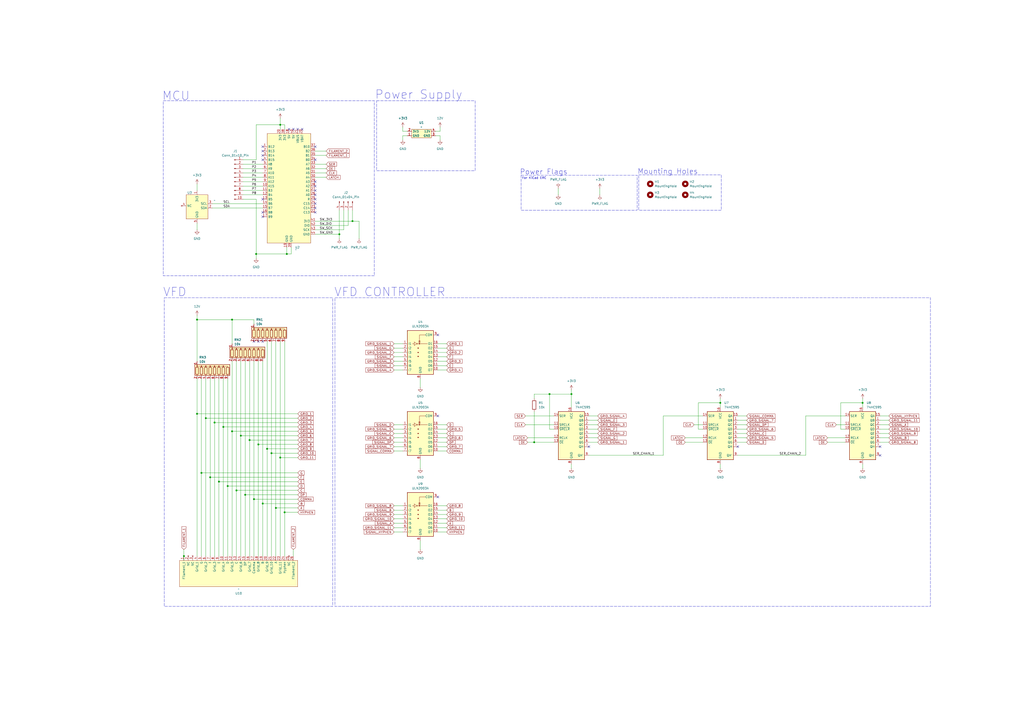
<source format=kicad_sch>
(kicad_sch (version 20231120) (generator "eeschema") (generator_version "8.0")
  (paper "A2")
  (title_block (title "Baldr Schematic") (date "2024-08-28") (rev "0.1.2"))
  (lib_symbols
    (symbol "74xx:74HC595"
      (property "Reference" "U" (at -7.62 13.97 0))
      (property "Value" "74HC595" (at -7.62 -16.51 0))
      (symbol "74HC595_1_0"
        (pin tri_state line (at 10.16 7.62 180) (length 2.54) (name "QB") (number "1"))
        (pin input line (at -10.16 2.54 0) (length 2.54) (name "~{SRCLR}") (number "10"))
        (pin input line (at -10.16 5.08 0) (length 2.54) (name "SRCLK") (number "11"))
        (pin input line (at -10.16 -2.54 0) (length 2.54) (name "RCLK") (number "12"))
        (pin input line (at -10.16 -5.08 0) (length 2.54) (name "~{OE}") (number "13"))
        (pin input line (at -10.16 10.16 0) (length 2.54) (name "SER") (number "14"))
        (pin tri_state line (at 10.16 10.16 180) (length 2.54) (name "QA") (number "15"))
        (pin power_in line (at 0 15.24 270) (length 2.54) (name "VCC") (number "16"))
        (pin tri_state line (at 10.16 5.08 180) (length 2.54) (name "QC") (number "2"))
        (pin tri_state line (at 10.16 2.54 180) (length 2.54) (name "QD") (number "3"))
        (pin tri_state line (at 10.16 0 180) (length 2.54) (name "QE") (number "4"))
        (pin tri_state line (at 10.16 -2.54 180) (length 2.54) (name "QF") (number "5"))
        (pin tri_state line (at 10.16 -5.08 180) (length 2.54) (name "QG") (number "6"))
        (pin tri_state line (at 10.16 -7.62 180) (length 2.54) (name "QH") (number "7"))
        (pin power_in line (at 0 -17.78 90) (length 2.54) (name "GND") (number "8"))
        (pin output line (at 10.16 -12.7 180) (length 2.54) (name "QH'") (number "9"))
      )
    )
    (symbol "Connector:Conn_01x04_Pin" (pin_names (offset 1.016) hide)
      (property "Reference" "J" (at 0 5.08 0))
      (property "Value" "Conn_01x04_Pin" (at 0 -7.62 0))
      (symbol "Conn_01x04_Pin_1_1"
        (pin passive line (at 5.08 2.54 180) (length 3.81) (name "Pin_1") (number "1"))
        (pin passive line (at 5.08 0 180) (length 3.81) (name "Pin_2") (number "2"))
        (pin passive line (at 5.08 -2.54 180) (length 3.81) (name "Pin_3") (number "3"))
        (pin passive line (at 5.08 -5.08 180) (length 3.81) (name "Pin_4") (number "4"))
      )
    )
    (symbol "Connector:Conn_01x10_Pin" (pin_names (offset 1.016) hide)
      (property "Reference" "J" (at 0 12.7 0))
      (property "Value" "Conn_01x10_Pin" (at 0 -15.24 0))
      (symbol "Conn_01x10_Pin_1_1"
        (pin passive line (at 5.08 10.16 180) (length 3.81) (name "Pin_1") (number "1"))
        (pin passive line (at 5.08 -12.7 180) (length 3.81) (name "Pin_10") (number "10"))
        (pin passive line (at 5.08 7.62 180) (length 3.81) (name "Pin_2") (number "2"))
        (pin passive line (at 5.08 5.08 180) (length 3.81) (name "Pin_3") (number "3"))
        (pin passive line (at 5.08 2.54 180) (length 3.81) (name "Pin_4") (number "4"))
        (pin passive line (at 5.08 0 180) (length 3.81) (name "Pin_5") (number "5"))
        (pin passive line (at 5.08 -2.54 180) (length 3.81) (name "Pin_6") (number "6"))
        (pin passive line (at 5.08 -5.08 180) (length 3.81) (name "Pin_7") (number "7"))
        (pin passive line (at 5.08 -7.62 180) (length 3.81) (name "Pin_8") (number "8"))
        (pin passive line (at 5.08 -10.16 180) (length 3.81) (name "Pin_9") (number "9"))
      )
    )
    (symbol "Custom:12V" (power) (pin_numbers hide) (pin_names (offset 0) hide)
      (property "Value" "12V" (at 0 3.556 0))
      (symbol "12V_1_1"
        (pin power_in line (at 0 0 90) (length 0) (name "~") (number "1"))
      )
    )
    (symbol "Custom:DC_step_up"
      (property "Reference" "U" (at 5.588 1.27 0))
      (symbol "DC_step_up_1_1"
        (pin passive line (at -2.54 -3.81 0) (length 2.54) (name "GND") (number "1"))
        (pin power_in line (at -2.54 -1.27 0) (length 2.54) (name "3V3") (number "2"))
        (pin passive line (at 13.97 -3.81 180) (length 2.54) (name "GND") (number "3"))
        (pin power_out line (at 13.97 -1.27 180) (length 2.54) (name "12V") (number "4"))
      )
    )
    (symbol "Custom:RTC"
      (property "Reference" "U" (at 1.016 1.27 0))
      (symbol "RTC_1_1"
        (pin power_in line (at 6.35 2.54 270) (length 2.54) (name "3V3") (number "1"))
        (pin bidirectional line (at 15.24 -7.62 180) (length 2.54) (name "SDA") (number "2"))
        (pin input line (at 15.24 -5.08 180) (length 2.54) (name "SCL") (number "3"))
        (pin no_connect line (at -2.54 -6.35 0) (length 2.54) (name "NC") (number "4"))
        (pin power_in line (at 6.35 -16.51 90) (length 2.54) (name "GND") (number "5"))
      )
    )
    (symbol "Custom:STM32F411_blackpill"
      (property "Reference" "U" (at -6.858 29.21 0))
      (symbol "STM32F411_blackpill_1_1"
        (pin bidirectional line (at -10.16 20.32 0) (length 2.54) (name "B12") (number "1"))
        (pin bidirectional line (at -10.16 -2.54 0) (length 2.54) (name "A15") (number "10"))
        (pin bidirectional line (at -10.16 -5.08 0) (length 2.54) (name "B3") (number "11"))
        (pin bidirectional line (at -10.16 -7.62 0) (length 2.54) (name "B4") (number "12"))
        (pin bidirectional line (at -10.16 -10.16 0) (length 2.54) (name "B5") (number "13"))
        (pin bidirectional line (at -10.16 -12.7 0) (length 2.54) (name "B6") (number "14"))
        (pin bidirectional line (at -10.16 -15.24 0) (length 2.54) (name "B7") (number "15"))
        (pin bidirectional line (at -10.16 -17.78 0) (length 2.54) (name "B8") (number "16"))
        (pin bidirectional line (at -10.16 -20.32 0) (length 2.54) (name "B9") (number "17"))
        (pin power_in line (at 5.08 30.48 270) (length 2.54) (name "5V") (number "18"))
        (pin power_in line (at 3.81 -38.1 90) (length 2.54) (name "GND") (number "19"))
        (pin bidirectional line (at -10.16 17.78 0) (length 2.54) (name "B13") (number "2"))
        (pin power_in line (at 0 30.48 270) (length 2.54) (name "3V3") (number "20"))
        (pin power_in line (at 12.7 30.48 270) (length 2.54) (name "VBAT") (number "20"))
        (pin power_in line (at 10.16 30.48 270) (length 2.54) (name "VBUS") (number "21"))
        (pin bidirectional line (at 20.32 -17.78 180) (length 2.54) (name "C13") (number "22"))
        (pin bidirectional line (at 20.32 -15.24 180) (length 2.54) (name "C14") (number "23"))
        (pin bidirectional line (at 20.32 -12.7 180) (length 2.54) (name "C15") (number "24"))
        (pin bidirectional line (at 20.32 -10.16 180) (length 2.54) (name "R") (number "25"))
        (pin bidirectional line (at 20.32 -7.62 180) (length 2.54) (name "A0") (number "26"))
        (pin bidirectional line (at 20.32 -5.08 180) (length 2.54) (name "A1") (number "27"))
        (pin bidirectional line (at 20.32 -2.54 180) (length 2.54) (name "A2") (number "28"))
        (pin bidirectional line (at 20.32 0 180) (length 2.54) (name "A3") (number "29"))
        (pin bidirectional line (at -10.16 15.24 0) (length 2.54) (name "B14") (number "3"))
        (pin bidirectional line (at 20.32 2.54 180) (length 2.54) (name "A4") (number "30"))
        (pin bidirectional line (at 20.32 5.08 180) (length 2.54) (name "A5") (number "31"))
        (pin bidirectional line (at 20.32 7.62 180) (length 2.54) (name "A6") (number "32"))
        (pin bidirectional line (at 20.32 10.16 180) (length 2.54) (name "A7") (number "33"))
        (pin bidirectional line (at 20.32 12.7 180) (length 2.54) (name "B0") (number "34"))
        (pin bidirectional line (at 20.32 15.24 180) (length 2.54) (name "B1") (number "35"))
        (pin bidirectional line (at 20.32 17.78 180) (length 2.54) (name "B2") (number "36"))
        (pin bidirectional line (at 20.32 20.32 180) (length 2.54) (name "B10") (number "37"))
        (pin power_in line (at 2.54 30.48 270) (length 2.54) (name "3V3") (number "38"))
        (pin power_in line (at 6.35 -38.1 90) (length 2.54) (name "GND") (number "39"))
        (pin bidirectional line (at -10.16 12.7 0) (length 2.54) (name "B15") (number "4"))
        (pin power_in line (at 7.62 30.48 270) (length 2.54) (name "5V") (number "40"))
        (pin power_in line (at 20.32 -22.86 180) (length 2.54) (name "3V3") (number "41"))
        (pin input line (at 20.32 -25.4 180) (length 2.54) (name "DIO") (number "42"))
        (pin input line (at 20.32 -27.94 180) (length 2.54) (name "SCK") (number "43"))
        (pin power_in line (at 20.32 -30.48 180) (length 2.54) (name "GND") (number "44"))
        (pin bidirectional line (at -10.16 10.16 0) (length 2.54) (name "A8") (number "5"))
        (pin bidirectional line (at -10.16 7.62 0) (length 2.54) (name "A9") (number "6"))
        (pin bidirectional line (at -10.16 5.08 0) (length 2.54) (name "A10") (number "7"))
        (pin bidirectional line (at -10.16 2.54 0) (length 2.54) (name "A11") (number "8"))
        (pin bidirectional line (at -10.16 0 0) (length 2.54) (name "A12") (number "9"))
      )
    )
    (symbol "Custom:ZD1880"
      (property "Reference" "U" (at -34.798 8.636 0))
      (symbol "ZD1880_1_1"
        (pin bidirectional line (at -33.02 -10.16 90) (length 2.54) (name "Filament_1") (number "1"))
        (pin passive line (at -10.16 -10.16 90) (length 2.54) (name "Grid_4") (number "10"))
        (pin passive line (at -7.62 -10.16 90) (length 2.54) (name "D") (number "11"))
        (pin passive line (at -5.08 -10.16 90) (length 2.54) (name "Grid_5") (number "12"))
        (pin passive line (at -2.54 -10.16 90) (length 2.54) (name "C") (number "13"))
        (pin passive line (at 0 -10.16 90) (length 2.54) (name "Grid_6") (number "14"))
        (pin passive line (at 2.54 -10.16 90) (length 2.54) (name "DP") (number "15"))
        (pin passive line (at 5.08 -10.16 90) (length 2.54) (name "Grid_7") (number "16"))
        (pin passive line (at 7.62 -10.16 90) (length 2.54) (name "Comma") (number "17"))
        (pin passive line (at 10.16 -10.16 90) (length 2.54) (name "Grid_8") (number "18"))
        (pin passive line (at 12.7 -10.16 90) (length 2.54) (name "B") (number "19"))
        (pin no_connect line (at -30.48 -10.16 90) (length 2.54) (name "NC") (number "2"))
        (pin passive line (at 15.24 -10.16 90) (length 2.54) (name "Grid_9") (number "20"))
        (pin passive line (at 17.78 -10.16 90) (length 2.54) (name "Grid_10") (number "21"))
        (pin passive line (at 20.32 -10.16 90) (length 2.54) (name "A") (number "22"))
        (pin passive line (at 22.86 -10.16 90) (length 2.54) (name "Grid_11") (number "23"))
        (pin passive line (at 25.4 -10.16 90) (length 2.54) (name "Hyphen") (number "24"))
        (pin no_connect line (at 27.94 -10.16 90) (length 2.54) (name "NC") (number "25"))
        (pin bidirectional line (at 30.48 -10.16 90) (length 2.54) (name "Filament_2") (number "26"))
        (pin no_connect line (at -27.94 -10.16 90) (length 2.54) (name "NC") (number "3"))
        (pin passive line (at -25.4 -10.16 90) (length 2.54) (name "Grid_1") (number "4"))
        (pin passive line (at -22.86 -10.16 90) (length 2.54) (name "G") (number "5"))
        (pin passive line (at -20.32 -10.16 90) (length 2.54) (name "Grid_2") (number "6"))
        (pin passive line (at -17.78 -10.16 90) (length 2.54) (name "F") (number "7"))
        (pin passive line (at -15.24 -10.16 90) (length 2.54) (name "Grid_3") (number "8"))
        (pin passive line (at -12.7 -10.16 90) (length 2.54) (name "E") (number "9"))
      )
    )
    (symbol "Device:R" (pin_numbers hide) (pin_names (offset 0))
      (property "Reference" "R" (at 2.032 0 90))
      (property "Value" "R" (at 0 0 90))
      (symbol "R_1_1"
        (pin passive line (at 0 3.81 270) (length 1.27) (name "~") (number "1"))
        (pin passive line (at 0 -3.81 90) (length 1.27) (name "~") (number "2"))
      )
    )
    (symbol "Device:R_Network08" (pin_names (offset 0) hide)
      (property "Reference" "RN" (at -12.7 0 90))
      (property "Value" "R_Network08" (at 10.16 0 90))
      (symbol "R_Network08_1_1"
        (pin passive line (at -10.16 5.08 270) (length 2.54) (name "common") (number "1"))
        (pin passive line (at -10.16 -5.08 90) (length 1.27) (name "R1") (number "2"))
        (pin passive line (at -7.62 -5.08 90) (length 1.27) (name "R2") (number "3"))
        (pin passive line (at -5.08 -5.08 90) (length 1.27) (name "R3") (number "4"))
        (pin passive line (at -2.54 -5.08 90) (length 1.27) (name "R4") (number "5"))
        (pin passive line (at 0 -5.08 90) (length 1.27) (name "R5") (number "6"))
        (pin passive line (at 2.54 -5.08 90) (length 1.27) (name "R6") (number "7"))
        (pin passive line (at 5.08 -5.08 90) (length 1.27) (name "R7") (number "8"))
        (pin passive line (at 7.62 -5.08 90) (length 1.27) (name "R8") (number "9"))
      )
    )
    (symbol "Mechanical:MountingHole" (pin_names (offset 1.016)) (exclude_from_sim yes) (in_bom no)
      (property "Reference" "H" (at 0 5.08 0))
      (property "Value" "MountingHole" (at 0 3.175 0))
    )
    (symbol "Transistor_Array:ULN2003A"
      (property "Reference" "U" (at 0 15.875 0))
      (property "Value" "ULN2003A" (at 0 13.97 0))
      (symbol "ULN2003A_1_1"
        (pin input line (at -10.16 5.08 0) (length 2.54) (name "I1") (number "1"))
        (pin open_collector line (at 10.16 -10.16 180) (length 2.54) (name "O7") (number "10"))
        (pin open_collector line (at 10.16 -7.62 180) (length 2.54) (name "O6") (number "11"))
        (pin open_collector line (at 10.16 -5.08 180) (length 2.54) (name "O5") (number "12"))
        (pin open_collector line (at 10.16 -2.54 180) (length 2.54) (name "O4") (number "13"))
        (pin open_collector line (at 10.16 0 180) (length 2.54) (name "O3") (number "14"))
        (pin open_collector line (at 10.16 2.54 180) (length 2.54) (name "O2") (number "15"))
        (pin open_collector line (at 10.16 5.08 180) (length 2.54) (name "O1") (number "16"))
        (pin input line (at -10.16 2.54 0) (length 2.54) (name "I2") (number "2"))
        (pin input line (at -10.16 0 0) (length 2.54) (name "I3") (number "3"))
        (pin input line (at -10.16 -2.54 0) (length 2.54) (name "I4") (number "4"))
        (pin input line (at -10.16 -5.08 0) (length 2.54) (name "I5") (number "5"))
        (pin input line (at -10.16 -7.62 0) (length 2.54) (name "I6") (number "6"))
        (pin input line (at -10.16 -10.16 0) (length 2.54) (name "I7") (number "7"))
        (pin power_in line (at 0 -15.24 90) (length 2.54) (name "GND") (number "8"))
        (pin passive line (at 10.16 10.16 180) (length 2.54) (name "COM") (number "9"))
      )
    )
    (symbol "power:+3V3" (power) (pin_numbers hide) (pin_names (offset 0) hide)
      (property "Value" "+3V3" (at 0 3.556 0))
      (symbol "+3V3_1_1"
        (pin power_in line (at 0 0 90) (length 0) (name "~") (number "1"))
      )
    )
    (symbol "power:GND" (power) (pin_numbers hide) (pin_names (offset 0) hide)
      (property "Value" "GND" (at 0 -3.81 0))
      (symbol "GND_1_1"
        (pin power_in line (at 0 0 270) (length 0) (name "~") (number "1"))
      )
    )
    (symbol "power:PWR_FLAG" (power) (pin_numbers hide) (pin_names (offset 0) hide)
      (property "Value" "PWR_FLAG" (at 0 3.81 0))
      (symbol "PWR_FLAG_0_0"
        (pin power_out line (at 0 0 90) (length 0) (name "~") (number "1"))
      )
    )
  )
  (junction (at 144.78 255.27))
  (junction (at 147.32 289.56))
  (junction (at 162.56 265.43))
  (junction (at 127 279.4))
  (junction (at 114.3 240.03))
  (junction (at 204.47 128.27))
  (junction (at 500.38 233.68))
  (junction (at 139.7 252.73))
  (junction (at 134.62 185.42))
  (junction (at 309.88 256.54))
  (junction (at 162.56 72.39))
  (junction (at 154.94 260.35))
  (junction (at 137.16 284.48))
  (junction (at 134.62 250.19))
  (junction (at 148.59 147.32))
  (junction (at 196.85 135.89))
  (junction (at 152.4 292.1))
  (junction (at 116.84 274.32))
  (junction (at 106.68 322.58))
  (junction (at 331.47 228.6))
  (junction (at 119.38 242.57))
  (junction (at 121.92 276.86))
  (junction (at 149.86 257.81))
  (junction (at 318.77 228.6))
  (junction (at 142.24 287.02))
  (junction (at 157.48 262.89))
  (junction (at 132.08 281.94))
  (junction (at 417.83 233.68))
  (junction (at 166.37 147.32))
  (junction (at 114.3 185.42))
  (junction (at 129.54 247.65))
  (junction (at 160.02 294.64))
  (junction (at 165.1 297.18))
  (junction (at 124.46 245.11))
  (no_connect (at 152.4 115.57))
  (no_connect (at 152.4 90.17))
  (no_connect (at 152.4 198.12))
  (no_connect (at 172.72 74.93))
  (no_connect (at 182.88 110.49))
  (no_connect (at 182.88 105.41))
  (no_connect (at 254 241.3))
  (no_connect (at 254 288.29))
  (no_connect (at 427.99 259.08))
  (no_connect (at 182.88 120.65))
  (no_connect (at 182.88 92.71))
  (no_connect (at 182.88 107.95))
  (no_connect (at 170.18 74.93))
  (no_connect (at 182.88 118.11))
  (no_connect (at 167.64 74.93))
  (no_connect (at 147.32 198.12))
  (no_connect (at 152.4 123.19))
  (no_connect (at 152.4 85.09))
  (no_connect (at 182.88 123.19))
  (no_connect (at 341.63 259.08))
  (no_connect (at 510.54 264.16))
  (no_connect (at 182.88 85.09))
  (no_connect (at 510.54 259.08))
  (no_connect (at 182.88 113.03))
  (no_connect (at 152.4 125.73))
  (no_connect (at 254 194.31))
  (no_connect (at 175.26 74.93))
  (no_connect (at 152.4 87.63))
  (no_connect (at 182.88 115.57))
  (no_connect (at 152.4 92.71))
  (no_connect (at 149.86 198.12))
  (wire (pts (xy 341.63 248.92) (xy 346.71 248.92)))
  (wire (pts (xy 140.97 113.03) (xy 152.4 113.03)))
  (wire (pts (xy 490.22 248.92) (xy 487.68 248.92)))
  (wire (pts (xy 162.56 265.43) (xy 162.56 322.58)))
  (wire (pts (xy 259.08 207.01) (xy 254 207.01)))
  (wire (pts (xy 114.3 129.54) (xy 114.3 133.35)))
  (wire (pts (xy 132.08 281.94) (xy 132.08 322.58)))
  (wire (pts (xy 147.32 209.55) (xy 147.32 289.56)))
  (wire (pts (xy 347.98 109.22) (xy 347.98 113.03)))
  (wire (pts (xy 427.99 248.92) (xy 433.07 248.92)))
  (wire (pts (xy 172.72 240.03) (xy 114.3 240.03)))
  (wire (pts (xy 116.84 219.71) (xy 116.84 274.32)))
  (wire (pts (xy 427.99 256.54) (xy 433.07 256.54)))
  (wire (pts (xy 427.99 241.3) (xy 433.07 241.3)))
  (wire (pts (xy 259.08 199.39) (xy 254 199.39)))
  (wire (pts (xy 321.31 248.92) (xy 318.77 248.92)))
  (wire (pts (xy 137.16 284.48) (xy 137.16 322.58)))
  (wire (pts (xy 407.67 248.92) (xy 405.13 248.92)))
  (wire (pts (xy 259.08 261.62) (xy 254 261.62)))
  (wire (pts (xy 121.92 276.86) (xy 121.92 322.58)))
  (wire (pts (xy 189.23 87.63) (xy 182.88 87.63)))
  (wire (pts (xy 134.62 185.42) (xy 114.3 185.42)))
  (wire (pts (xy 140.97 100.33) (xy 152.4 100.33)))
  (wire (pts (xy 114.3 219.71) (xy 114.3 240.03)))
  (wire (pts (xy 259.08 303.53) (xy 254 303.53)))
  (wire (pts (xy 243.84 313.69) (xy 243.84 318.77)))
  (wire (pts (xy 417.83 231.14) (xy 417.83 233.68)))
  (wire (pts (xy 233.68 204.47) (xy 228.6 204.47)))
  (wire (pts (xy 204.47 128.27) (xy 204.47 121.92)))
  (wire (pts (xy 134.62 185.42) (xy 134.62 199.39)))
  (wire (pts (xy 318.77 228.6) (xy 331.47 228.6)))
  (wire (pts (xy 243.84 219.71) (xy 243.84 224.79)))
  (wire (pts (xy 255.27 78.74) (xy 252.73 78.74)))
  (wire (pts (xy 196.85 135.89) (xy 196.85 138.43)))
  (wire (pts (xy 114.3 185.42) (xy 114.3 209.55)))
  (wire (pts (xy 233.68 207.01) (xy 228.6 207.01)))
  (wire (pts (xy 259.08 298.45) (xy 254 298.45)))
  (wire (pts (xy 199.39 133.35) (xy 199.39 121.92)))
  (wire (pts (xy 259.08 254) (xy 254 254)))
  (wire (pts (xy 208.28 138.43) (xy 208.28 128.27)))
  (wire (pts (xy 259.08 293.37) (xy 254 293.37)))
  (wire (pts (xy 129.54 247.65) (xy 129.54 322.58)))
  (wire (pts (xy 487.68 248.92) (xy 487.68 233.68)))
  (wire (pts (xy 510.54 243.84) (xy 515.62 243.84)))
  (wire (pts (xy 233.68 76.2) (xy 236.22 76.2)))
  (wire (pts (xy 140.97 97.79) (xy 152.4 97.79)))
  (wire (pts (xy 255.27 81.28) (xy 255.27 78.74)))
  (wire (pts (xy 116.84 274.32) (xy 116.84 322.58)))
  (wire (pts (xy 405.13 248.92) (xy 405.13 233.68)))
  (wire (pts (xy 259.08 248.92) (xy 254 248.92)))
  (wire (pts (xy 331.47 269.24) (xy 331.47 271.78)))
  (wire (pts (xy 331.47 228.6) (xy 331.47 236.22)))
  (wire (pts (xy 148.59 149.86) (xy 148.59 147.32)))
  (wire (pts (xy 106.68 318.77) (xy 106.68 322.58)))
  (wire (pts (xy 165.1 198.12) (xy 165.1 297.18)))
  (wire (pts (xy 480.06 256.54) (xy 490.22 256.54)))
  (wire (pts (xy 208.28 128.27) (xy 204.47 128.27)))
  (wire (pts (xy 157.48 262.89) (xy 157.48 322.58)))
  (wire (pts (xy 417.83 233.68) (xy 417.83 236.22)))
  (wire (pts (xy 341.63 246.38) (xy 346.71 246.38)))
  (wire (pts (xy 166.37 143.51) (xy 166.37 147.32)))
  (wire (pts (xy 341.63 256.54) (xy 346.71 256.54)))
  (wire (pts (xy 309.88 256.54) (xy 321.31 256.54)))
  (wire (pts (xy 162.56 72.39) (xy 162.56 74.93)))
  (wire (pts (xy 252.73 76.2) (xy 255.27 76.2)))
  (wire (pts (xy 121.92 219.71) (xy 121.92 276.86)))
  (wire (pts (xy 233.68 251.46) (xy 228.6 251.46)))
  (wire (pts (xy 160.02 294.64) (xy 160.02 322.58)))
  (wire (pts (xy 259.08 256.54) (xy 254 256.54)))
  (wire (pts (xy 259.08 300.99) (xy 254 300.99)))
  (wire (pts (xy 189.23 90.17) (xy 182.88 90.17)))
  (wire (pts (xy 172.72 245.11) (xy 124.46 245.11)))
  (wire (pts (xy 510.54 256.54) (xy 515.62 256.54)))
  (wire (pts (xy 510.54 248.92) (xy 515.62 248.92)))
  (wire (pts (xy 341.63 241.3) (xy 346.71 241.3)))
  (wire (pts (xy 259.08 251.46) (xy 254 251.46)))
  (wire (pts (xy 306.07 256.54) (xy 309.88 256.54)))
  (wire (pts (xy 119.38 242.57) (xy 119.38 322.58)))
  (wire (pts (xy 255.27 76.2) (xy 255.27 73.66)))
  (wire (pts (xy 233.68 295.91) (xy 228.6 295.91)))
  (wire (pts (xy 233.68 209.55) (xy 228.6 209.55)))
  (wire (pts (xy 427.99 251.46) (xy 433.07 251.46)))
  (wire (pts (xy 172.72 257.81) (xy 149.86 257.81)))
  (wire (pts (xy 147.32 187.96) (xy 147.32 185.42)))
  (wire (pts (xy 427.99 254) (xy 433.07 254)))
  (wire (pts (xy 233.68 214.63) (xy 228.6 214.63)))
  (wire (pts (xy 306.07 254) (xy 321.31 254)))
  (wire (pts (xy 137.16 209.55) (xy 137.16 284.48)))
  (wire (pts (xy 129.54 219.71) (xy 129.54 247.65)))
  (wire (pts (xy 323.85 109.22) (xy 323.85 113.03)))
  (wire (pts (xy 157.48 262.89) (xy 172.72 262.89)))
  (wire (pts (xy 233.68 73.66) (xy 233.68 76.2)))
  (wire (pts (xy 318.77 228.6) (xy 318.77 248.92)))
  (wire (pts (xy 114.3 182.88) (xy 114.3 185.42)))
  (wire (pts (xy 166.37 147.32) (xy 168.91 147.32)))
  (wire (pts (xy 144.78 209.55) (xy 144.78 255.27)))
  (wire (pts (xy 259.08 246.38) (xy 254 246.38)))
  (wire (pts (xy 114.3 106.68) (xy 114.3 110.49)))
  (wire (pts (xy 142.24 209.55) (xy 142.24 287.02)))
  (wire (pts (xy 114.3 240.03) (xy 114.3 322.58)))
  (wire (pts (xy 162.56 265.43) (xy 172.72 265.43)))
  (wire (pts (xy 259.08 214.63) (xy 254 214.63)))
  (wire (pts (xy 500.38 231.14) (xy 500.38 233.68)))
  (wire (pts (xy 160.02 294.64) (xy 172.72 294.64)))
  (wire (pts (xy 500.38 233.68) (xy 500.38 236.22)))
  (wire (pts (xy 172.72 274.32) (xy 116.84 274.32)))
  (wire (pts (xy 480.06 254) (xy 490.22 254)))
  (wire (pts (xy 236.22 78.74) (xy 233.68 78.74)))
  (wire (pts (xy 309.88 231.14) (xy 309.88 228.6)))
  (wire (pts (xy 124.46 245.11) (xy 124.46 322.58)))
  (wire (pts (xy 233.68 308.61) (xy 228.6 308.61)))
  (wire (pts (xy 233.68 201.93) (xy 228.6 201.93)))
  (wire (pts (xy 147.32 185.42) (xy 134.62 185.42)))
  (wire (pts (xy 140.97 115.57) (xy 148.59 115.57)))
  (wire (pts (xy 402.59 246.38) (xy 407.67 246.38)))
  (wire (pts (xy 259.08 306.07) (xy 254 306.07)))
  (wire (pts (xy 341.63 243.84) (xy 346.71 243.84)))
  (wire (pts (xy 152.4 209.55) (xy 152.4 292.1)))
  (wire (pts (xy 417.83 269.24) (xy 417.83 271.78)))
  (wire (pts (xy 140.97 110.49) (xy 152.4 110.49)))
  (wire (pts (xy 341.63 251.46) (xy 346.71 251.46)))
  (wire (pts (xy 500.38 269.24) (xy 500.38 271.78)))
  (wire (pts (xy 196.85 135.89) (xy 196.85 121.92)))
  (wire (pts (xy 134.62 250.19) (xy 134.62 322.58)))
  (wire (pts (xy 182.88 97.79) (xy 189.23 97.79)))
  (wire (pts (xy 259.08 209.55) (xy 254 209.55)))
  (wire (pts (xy 140.97 107.95) (xy 152.4 107.95)))
  (wire (pts (xy 341.63 264.16) (xy 384.81 264.16)))
  (wire (pts (xy 304.8 246.38) (xy 321.31 246.38)))
  (wire (pts (xy 172.72 255.27) (xy 144.78 255.27)))
  (wire (pts (xy 152.4 292.1) (xy 172.72 292.1)))
  (wire (pts (xy 259.08 204.47) (xy 254 204.47)))
  (wire (pts (xy 106.68 325.12) (xy 106.68 322.58)))
  (wire (pts (xy 119.38 242.57) (xy 172.72 242.57)))
  (wire (pts (xy 129.54 247.65) (xy 172.72 247.65)))
  (wire (pts (xy 160.02 198.12) (xy 160.02 294.64)))
  (wire (pts (xy 182.88 102.87) (xy 189.23 102.87)))
  (wire (pts (xy 304.8 241.3) (xy 321.31 241.3)))
  (wire (pts (xy 154.94 260.35) (xy 154.94 322.58)))
  (wire (pts (xy 182.88 100.33) (xy 189.23 100.33)))
  (wire (pts (xy 427.99 243.84) (xy 433.07 243.84)))
  (wire (pts (xy 233.68 298.45) (xy 228.6 298.45)))
  (wire (pts (xy 309.88 228.6) (xy 318.77 228.6)))
  (wire (pts (xy 233.68 246.38) (xy 228.6 246.38)))
  (wire (pts (xy 397.51 254) (xy 407.67 254)))
  (wire (pts (xy 149.86 257.81) (xy 149.86 322.58)))
  (wire (pts (xy 165.1 72.39) (xy 162.56 72.39)))
  (wire (pts (xy 148.59 147.32) (xy 166.37 147.32)))
  (wire (pts (xy 157.48 198.12) (xy 157.48 262.89)))
  (wire (pts (xy 140.97 102.87) (xy 152.4 102.87)))
  (wire (pts (xy 119.38 219.71) (xy 119.38 242.57)))
  (wire (pts (xy 487.68 233.68) (xy 500.38 233.68)))
  (wire (pts (xy 233.68 212.09) (xy 228.6 212.09)))
  (wire (pts (xy 201.93 130.81) (xy 201.93 121.92)))
  (wire (pts (xy 142.24 287.02) (xy 142.24 322.58)))
  (wire (pts (xy 510.54 246.38) (xy 515.62 246.38)))
  (wire (pts (xy 309.88 238.76) (xy 309.88 256.54)))
  (wire (pts (xy 147.32 289.56) (xy 147.32 322.58)))
  (wire (pts (xy 134.62 209.55) (xy 134.62 250.19)))
  (wire (pts (xy 149.86 209.55) (xy 149.86 257.81)))
  (wire (pts (xy 124.46 219.71) (xy 124.46 245.11)))
  (wire (pts (xy 233.68 78.74) (xy 233.68 81.28)))
  (wire (pts (xy 144.78 255.27) (xy 144.78 322.58)))
  (wire (pts (xy 172.72 276.86) (xy 121.92 276.86)))
  (wire (pts (xy 172.72 252.73) (xy 139.7 252.73)))
  (wire (pts (xy 467.36 264.16) (xy 467.36 241.3)))
  (wire (pts (xy 233.68 300.99) (xy 228.6 300.99)))
  (wire (pts (xy 259.08 308.61) (xy 254 308.61)))
  (wire (pts (xy 243.84 266.7) (xy 243.84 271.78)))
  (wire (pts (xy 384.81 241.3) (xy 407.67 241.3)))
  (wire (pts (xy 148.59 115.57) (xy 148.59 147.32)))
  (wire (pts (xy 341.63 254) (xy 346.71 254)))
  (wire (pts (xy 123.19 118.11) (xy 152.4 118.11)))
  (wire (pts (xy 233.68 254) (xy 228.6 254)))
  (wire (pts (xy 510.54 241.3) (xy 515.62 241.3)))
  (wire (pts (xy 467.36 241.3) (xy 490.22 241.3)))
  (wire (pts (xy 182.88 128.27) (xy 204.47 128.27)))
  (wire (pts (xy 233.68 199.39) (xy 228.6 199.39)))
  (wire (pts (xy 259.08 259.08) (xy 254 259.08)))
  (wire (pts (xy 233.68 306.07) (xy 228.6 306.07)))
  (wire (pts (xy 154.94 260.35) (xy 172.72 260.35)))
  (wire (pts (xy 162.56 68.58) (xy 162.56 72.39)))
  (wire (pts (xy 233.68 261.62) (xy 228.6 261.62)))
  (wire (pts (xy 427.99 264.16) (xy 467.36 264.16)))
  (wire (pts (xy 170.18 322.58) (xy 170.18 318.77)))
  (wire (pts (xy 154.94 198.12) (xy 154.94 260.35)))
  (wire (pts (xy 510.54 251.46) (xy 515.62 251.46)))
  (wire (pts (xy 259.08 201.93) (xy 254 201.93)))
  (wire (pts (xy 405.13 233.68) (xy 417.83 233.68)))
  (wire (pts (xy 123.19 120.65) (xy 152.4 120.65)))
  (wire (pts (xy 152.4 292.1) (xy 152.4 322.58)))
  (wire (pts (xy 331.47 226.06) (xy 331.47 228.6)))
  (wire (pts (xy 182.88 95.25) (xy 189.23 95.25)))
  (wire (pts (xy 165.1 297.18) (xy 172.72 297.18)))
  (wire (pts (xy 168.91 143.51) (xy 168.91 147.32)))
  (wire (pts (xy 397.51 256.54) (xy 407.67 256.54)))
  (wire (pts (xy 132.08 281.94) (xy 172.72 281.94)))
  (wire (pts (xy 485.14 246.38) (xy 490.22 246.38)))
  (wire (pts (xy 172.72 289.56) (xy 147.32 289.56)))
  (wire (pts (xy 233.68 259.08) (xy 228.6 259.08)))
  (wire (pts (xy 182.88 135.89) (xy 196.85 135.89)))
  (wire (pts (xy 259.08 212.09) (xy 254 212.09)))
  (wire (pts (xy 140.97 95.25) (xy 152.4 95.25)))
  (wire (pts (xy 384.81 264.16) (xy 384.81 241.3)))
  (wire (pts (xy 165.1 74.93) (xy 165.1 72.39)))
  (wire (pts (xy 148.59 92.71) (xy 148.59 72.39)))
  (wire (pts (xy 182.88 130.81) (xy 201.93 130.81)))
  (wire (pts (xy 233.68 303.53) (xy 228.6 303.53)))
  (wire (pts (xy 259.08 295.91) (xy 254 295.91)))
  (wire (pts (xy 139.7 252.73) (xy 139.7 322.58)))
  (wire (pts (xy 182.88 133.35) (xy 199.39 133.35)))
  (wire (pts (xy 233.68 293.37) (xy 228.6 293.37)))
  (wire (pts (xy 140.97 105.41) (xy 152.4 105.41)))
  (wire (pts (xy 140.97 92.71) (xy 148.59 92.71)))
  (wire (pts (xy 139.7 209.55) (xy 139.7 252.73)))
  (wire (pts (xy 127 219.71) (xy 127 279.4)))
  (wire (pts (xy 142.24 287.02) (xy 172.72 287.02)))
  (wire (pts (xy 137.16 284.48) (xy 172.72 284.48)))
  (wire (pts (xy 233.68 248.92) (xy 228.6 248.92)))
  (wire (pts (xy 510.54 254) (xy 515.62 254)))
  (wire (pts (xy 132.08 219.71) (xy 132.08 281.94)))
  (wire (pts (xy 162.56 198.12) (xy 162.56 265.43)))
  (wire (pts (xy 427.99 246.38) (xy 433.07 246.38)))
  (wire (pts (xy 233.68 256.54) (xy 228.6 256.54)))
  (wire (pts (xy 172.72 250.19) (xy 134.62 250.19)))
  (wire (pts (xy 172.72 279.4) (xy 127 279.4)))
  (wire (pts (xy 127 279.4) (xy 127 322.58)))
  (wire (pts (xy 148.59 72.39) (xy 162.56 72.39)))
  (wire (pts (xy 165.1 297.18) (xy 165.1 322.58)))
  (rectangle (start 370.459 101.473) (end 418.465 121.92) (stroke (width 0) (type dash)))
  (rectangle (start 194.31 172.72) (end 539.75 351.79) (stroke (width 0) (type dash)))
  (rectangle (start 302.26 101.6) (end 369.57 121.92) (stroke (width 0) (type dash)))
  (rectangle (start 218.44 58.42) (end 275.59 99.06) (stroke (width 0) (type dash)))
  (rectangle (start 94.742 58.42) (end 217.17 160.02) (stroke (width 0) (type dash)))
  (rectangle (start 95.25 172.72) (end 193.04 351.79) (stroke (width 0) (type dash)))
  (text "For KiCad ERC" (at 309.88 103.378 0) (effects (font (size 1.27 1.27))))
  (text "VFD CONTROLLER" (at 193.802 172.466 0) (effects (font (size 5 5)) (justify left bottom)))
  (text "Mounting Holes" (at 369.824 101.346 0) (effects (font (size 3 3)) (justify left bottom)))
  (text "Power Flags" (at 301.498 101.6 0) (effects (font (size 3 3)) (justify left bottom)))
  (text "VFD" (at 94.488 172.466 0) (effects (font (size 5 5)) (justify left bottom)))
  (text "MCU" (at 93.98 58.674 0) (effects (font (size 5 5)) (justify left bottom)))
  (text "Power Supply" (at 217.424 57.912 0) (effects (font (size 5 5)) (justify left bottom)))
  (label "P3" (at 146.05 100.33 0))
  (label "SW_SCK" (at 185.42 133.35 0))
  (label "SDA" (at 129.54 120.65 0))
  (label "P7" (at 146.05 110.49 0))
  (label "SW_DIO" (at 185.42 130.81 0))
  (label "P5" (at 146.05 105.41 0))
  (label "SW_3V3" (at 185.42 128.27 0))
  (label "SCL" (at 129.54 118.11 0))
  (label "P8" (at 146.05 113.03 0))
  (label "P1" (at 146.05 95.25 0))
  (label "SW_GND" (at 185.42 135.89 0))
  (label "P2" (at 146.05 97.79 0))
  (label "SER_CHAIN_1" (at 367.03 264.16 0))
  (label "SER_CHAIN_2" (at 452.12 264.16 0))
  (label "P4" (at 146.05 102.87 0))
  (label "P6" (at 146.05 107.95 0))
  (global_label "SIGNAL_COMMA" (shape input) (at 228.6 261.62 180) (property "Intersheetrefs" "${INTERSHEET_REFS}" (effects (hide yes))))
  (global_label "GRID_9" (shape input) (at 172.72 260.35 0) (property "Intersheetrefs" "${INTERSHEET_REFS}" (effects (hide yes))))
  (global_label "GRID_SIGNAL_9" (shape input) (at 228.6 298.45 180) (property "Intersheetrefs" "${INTERSHEET_REFS}" (effects (hide yes))))
  (global_label "G" (shape input) (at 172.72 274.32 0) (property "Intersheetrefs" "${INTERSHEET_REFS}" (effects (hide yes))))
  (global_label "SIGNAL_A" (shape input) (at 515.62 246.38 0) (property "Intersheetrefs" "${INTERSHEET_REFS}" (effects (hide yes))))
  (global_label "D" (shape input) (at 259.08 246.38 0) (property "Intersheetrefs" "${INTERSHEET_REFS}" (effects (hide yes))))
  (global_label "E" (shape input) (at 172.72 279.4 0) (property "Intersheetrefs" "${INTERSHEET_REFS}" (effects (hide yes))))
  (global_label "C" (shape input) (at 259.08 251.46 0) (property "Intersheetrefs" "${INTERSHEET_REFS}" (effects (hide yes))))
  (global_label "SIGNAL_B" (shape input) (at 228.6 295.91 180) (property "Intersheetrefs" "${INTERSHEET_REFS}" (effects (hide yes))))
  (global_label "GRID_6" (shape input) (at 172.72 252.73 0) (property "Intersheetrefs" "${INTERSHEET_REFS}" (effects (hide yes))))
  (global_label "LATCH" (shape input) (at 480.06 254 180) (property "Intersheetrefs" "${INTERSHEET_REFS}" (effects (hide yes))))
  (global_label "LATCH" (shape input) (at 306.07 254 180) (property "Intersheetrefs" "${INTERSHEET_REFS}" (effects (hide yes))))
  (global_label "GRID_SIGNAL_5" (shape input) (at 228.6 248.92 180) (property "Intersheetrefs" "${INTERSHEET_REFS}" (effects (hide yes))))
  (global_label "SIGNAL_HYPHEN" (shape input) (at 515.62 241.3 0) (property "Intersheetrefs" "${INTERSHEET_REFS}" (effects (hide yes))))
  (global_label "GRID_3" (shape input) (at 259.08 209.55 0) (property "Intersheetrefs" "${INTERSHEET_REFS}" (effects (hide yes))))
  (global_label "GRID_SIGNAL_10" (shape input) (at 228.6 300.99 180) (property "Intersheetrefs" "${INTERSHEET_REFS}" (effects (hide yes))))
  (global_label "SIGNAL_E" (shape input) (at 346.71 243.84 0) (property "Intersheetrefs" "${INTERSHEET_REFS}" (effects (hide yes))))
  (global_label "GRID_SIGNAL_7" (shape input) (at 228.6 259.08 180) (property "Intersheetrefs" "${INTERSHEET_REFS}" (effects (hide yes))))
  (global_label "SIGNAL_DP" (shape input) (at 433.07 246.38 0) (property "Intersheetrefs" "${INTERSHEET_REFS}" (effects (hide yes))))
  (global_label "GRID_1" (shape input) (at 259.08 199.39 0) (property "Intersheetrefs" "${INTERSHEET_REFS}" (effects (hide yes))))
  (global_label "LATCH" (shape input) (at 397.51 254 180) (property "Intersheetrefs" "${INTERSHEET_REFS}" (effects (hide yes))))
  (global_label "GRID_SIGNAL_11" (shape input) (at 228.6 306.07 180) (property "Intersheetrefs" "${INTERSHEET_REFS}" (effects (hide yes))))
  (global_label "SIGNAL_C" (shape input) (at 228.6 251.46 180) (property "Intersheetrefs" "${INTERSHEET_REFS}" (effects (hide yes))))
  (global_label "SIGNAL_F" (shape input) (at 228.6 207.01 180) (property "Intersheetrefs" "${INTERSHEET_REFS}" (effects (hide yes))))
  (global_label "GRID_8" (shape input) (at 172.72 257.81 0) (property "Intersheetrefs" "${INTERSHEET_REFS}" (effects (hide yes))))
  (global_label "COMMA" (shape input) (at 172.72 289.56 0) (property "Intersheetrefs" "${INTERSHEET_REFS}" (effects (hide yes))))
  (global_label "SIGNAL_F" (shape input) (at 346.71 248.92 0) (property "Intersheetrefs" "${INTERSHEET_REFS}" (effects (hide yes))))
  (global_label "GRID_8" (shape input) (at 259.08 293.37 0) (property "Intersheetrefs" "${INTERSHEET_REFS}" (effects (hide yes))))
  (global_label "GRID_10" (shape input) (at 259.08 300.99 0) (property "Intersheetrefs" "${INTERSHEET_REFS}" (effects (hide yes))))
  (global_label "LATCH" (shape input) (at 189.23 102.87 0) (property "Intersheetrefs" "${INTERSHEET_REFS}" (effects (hide yes))))
  (global_label "OE" (shape input) (at 306.07 256.54 180) (property "Intersheetrefs" "${INTERSHEET_REFS}" (effects (hide yes))))
  (global_label "F" (shape input) (at 172.72 276.86 0) (property "Intersheetrefs" "${INTERSHEET_REFS}" (effects (hide yes))))
  (global_label "GRID_SIGNAL_6" (shape input) (at 228.6 254 180) (property "Intersheetrefs" "${INTERSHEET_REFS}" (effects (hide yes))))
  (global_label "A" (shape input) (at 259.08 303.53 0) (property "Intersheetrefs" "${INTERSHEET_REFS}" (effects (hide yes))))
  (global_label "SIGNAL_DP" (shape input) (at 228.6 256.54 180) (property "Intersheetrefs" "${INTERSHEET_REFS}" (effects (hide yes))))
  (global_label "GRID_SIGNAL_1" (shape input) (at 346.71 256.54 0) (property "Intersheetrefs" "${INTERSHEET_REFS}" (effects (hide yes))))
  (global_label "GRID_SIGNAL_8" (shape input) (at 515.62 256.54 0) (property "Intersheetrefs" "${INTERSHEET_REFS}" (effects (hide yes))))
  (global_label "GRID_11" (shape input) (at 259.08 306.07 0) (property "Intersheetrefs" "${INTERSHEET_REFS}" (effects (hide yes))))
  (global_label "SER" (shape input) (at 304.8 241.3 180) (property "Intersheetrefs" "${INTERSHEET_REFS}" (effects (hide yes))))
  (global_label "GRID_4" (shape input) (at 172.72 247.65 0) (property "Intersheetrefs" "${INTERSHEET_REFS}" (effects (hide yes))))
  (global_label "GRID_SIGNAL_4" (shape input) (at 228.6 214.63 180) (property "Intersheetrefs" "${INTERSHEET_REFS}" (effects (hide yes))))
  (global_label "FILAMENT_1" (shape input) (at 106.68 318.77 90) (property "Intersheetrefs" "${INTERSHEET_REFS}" (effects (hide yes))))
  (global_label "SIGNAL_E" (shape input) (at 228.6 212.09 180) (property "Intersheetrefs" "${INTERSHEET_REFS}" (effects (hide yes))))
  (global_label "SIGNAL_G" (shape input) (at 346.71 254 0) (property "Intersheetrefs" "${INTERSHEET_REFS}" (effects (hide yes))))
  (global_label "GRID_6" (shape input) (at 259.08 254 0) (property "Intersheetrefs" "${INTERSHEET_REFS}" (effects (hide yes))))
  (global_label "CLK" (shape input) (at 402.59 246.38 180) (property "Intersheetrefs" "${INTERSHEET_REFS}" (effects (hide yes))))
  (global_label "CLK" (shape input) (at 304.8 246.38 180) (property "Intersheetrefs" "${INTERSHEET_REFS}" (effects (hide yes))))
  (global_label "GRID_SIGNAL_2" (shape input) (at 228.6 204.47 180) (property "Intersheetrefs" "${INTERSHEET_REFS}" (effects (hide yes))))
  (global_label "CLK" (shape input) (at 189.23 100.33 0) (property "Intersheetrefs" "${INTERSHEET_REFS}" (effects (hide yes))))
  (global_label "DP" (shape input) (at 172.72 287.02 0) (property "Intersheetrefs" "${INTERSHEET_REFS}" (effects (hide yes))))
  (global_label "DP" (shape input) (at 259.08 256.54 0) (property "Intersheetrefs" "${INTERSHEET_REFS}" (effects (hide yes))))
  (global_label "HYPHEN" (shape input) (at 259.08 308.61 0) (property "Intersheetrefs" "${INTERSHEET_REFS}" (effects (hide yes))))
  (global_label "GRID_SIGNAL_1" (shape input) (at 228.6 199.39 180) (property "Intersheetrefs" "${INTERSHEET_REFS}" (effects (hide yes))))
  (global_label "SER" (shape input) (at 189.23 95.25 0) (property "Intersheetrefs" "${INTERSHEET_REFS}" (effects (hide yes))))
  (global_label "GRID_5" (shape input) (at 172.72 250.19 0) (property "Intersheetrefs" "${INTERSHEET_REFS}" (effects (hide yes))))
  (global_label "SIGNAL_D" (shape input) (at 228.6 246.38 180) (property "Intersheetrefs" "${INTERSHEET_REFS}" (effects (hide yes))))
  (global_label "GRID_10" (shape input) (at 172.72 262.89 0) (property "Intersheetrefs" "${INTERSHEET_REFS}" (effects (hide yes))))
  (global_label "OE" (shape input) (at 397.51 256.54 180) (property "Intersheetrefs" "${INTERSHEET_REFS}" (effects (hide yes))))
  (global_label "GRID_2" (shape input) (at 172.72 242.57 0) (property "Intersheetrefs" "${INTERSHEET_REFS}" (effects (hide yes))))
  (global_label "GRID_9" (shape input) (at 259.08 298.45 0) (property "Intersheetrefs" "${INTERSHEET_REFS}" (effects (hide yes))))
  (global_label "GRID_SIGNAL_3" (shape input) (at 228.6 209.55 180) (property "Intersheetrefs" "${INTERSHEET_REFS}" (effects (hide yes))))
  (global_label "GRID_SIGNAL_7" (shape input) (at 433.07 243.84 0) (property "Intersheetrefs" "${INTERSHEET_REFS}" (effects (hide yes))))
  (global_label "OE" (shape input) (at 480.06 256.54 180) (property "Intersheetrefs" "${INTERSHEET_REFS}" (effects (hide yes))))
  (global_label "D" (shape input) (at 172.72 281.94 0) (property "Intersheetrefs" "${INTERSHEET_REFS}" (effects (hide yes))))
  (global_label "GRID_SIGNAL_6" (shape input) (at 433.07 248.92 0) (property "Intersheetrefs" "${INTERSHEET_REFS}" (effects (hide yes))))
  (global_label "SIGNAL_C" (shape input) (at 433.07 251.46 0) (property "Intersheetrefs" "${INTERSHEET_REFS}" (effects (hide yes))))
  (global_label "G" (shape input) (at 259.08 201.93 0) (property "Intersheetrefs" "${INTERSHEET_REFS}" (effects (hide yes))))
  (global_label "GRID_SIGNAL_11" (shape input) (at 515.62 243.84 0) (property "Intersheetrefs" "${INTERSHEET_REFS}" (effects (hide yes))))
  (global_label "FILAMENT_1" (shape input) (at 189.23 90.17 0) (property "Intersheetrefs" "${INTERSHEET_REFS}" (effects (hide yes))))
  (global_label "SIGNAL_A" (shape input) (at 228.6 303.53 180) (property "Intersheetrefs" "${INTERSHEET_REFS}" (effects (hide yes))))
  (global_label "GRID_SIGNAL_8" (shape input) (at 228.6 293.37 180) (property "Intersheetrefs" "${INTERSHEET_REFS}" (effects (hide yes))))
  (global_label "GRID_7" (shape input) (at 259.08 259.08 0) (property "Intersheetrefs" "${INTERSHEET_REFS}" (effects (hide yes))))
  (global_label "B" (shape input) (at 259.08 295.91 0) (property "Intersheetrefs" "${INTERSHEET_REFS}" (effects (hide yes))))
  (global_label "GRID_7" (shape input) (at 172.72 255.27 0) (property "Intersheetrefs" "${INTERSHEET_REFS}" (effects (hide yes))))
  (global_label "GRID_SIGNAL_3" (shape input) (at 346.71 246.38 0) (property "Intersheetrefs" "${INTERSHEET_REFS}" (effects (hide yes))))
  (global_label "SIGNAL_B" (shape input) (at 515.62 254 0) (property "Intersheetrefs" "${INTERSHEET_REFS}" (effects (hide yes))))
  (global_label "GRID_5" (shape input) (at 259.08 248.92 0) (property "Intersheetrefs" "${INTERSHEET_REFS}" (effects (hide yes))))
  (global_label "GRID_4" (shape input) (at 259.08 214.63 0) (property "Intersheetrefs" "${INTERSHEET_REFS}" (effects (hide yes))))
  (global_label "GRID_1" (shape input) (at 172.72 240.03 0) (property "Intersheetrefs" "${INTERSHEET_REFS}" (effects (hide yes))))
  (global_label "FILAMENT_2" (shape input) (at 189.23 87.63 0) (property "Intersheetrefs" "${INTERSHEET_REFS}" (effects (hide yes))))
  (global_label "F" (shape input) (at 259.08 207.01 0) (property "Intersheetrefs" "${INTERSHEET_REFS}" (effects (hide yes))))
  (global_label "SIGNAL_HYPHEN" (shape input) (at 228.6 308.61 180) (property "Intersheetrefs" "${INTERSHEET_REFS}" (effects (hide yes))))
  (global_label "B" (shape input) (at 172.72 292.1 0) (property "Intersheetrefs" "${INTERSHEET_REFS}" (effects (hide yes))))
  (global_label "OE" (shape input) (at 189.23 97.79 0) (property "Intersheetrefs" "${INTERSHEET_REFS}" (effects (hide yes))))
  (global_label "COMMA" (shape input) (at 259.08 261.62 0) (property "Intersheetrefs" "${INTERSHEET_REFS}" (effects (hide yes))))
  (global_label "GRID_SIGNAL_9" (shape input) (at 515.62 251.46 0) (property "Intersheetrefs" "${INTERSHEET_REFS}" (effects (hide yes))))
  (global_label "E" (shape input) (at 259.08 212.09 0) (property "Intersheetrefs" "${INTERSHEET_REFS}" (effects (hide yes))))
  (global_label "GRID_SIGNAL_2" (shape input) (at 346.71 251.46 0) (property "Intersheetrefs" "${INTERSHEET_REFS}" (effects (hide yes))))
  (global_label "SIGNAL_COMMA" (shape input) (at 433.07 241.3 0) (property "Intersheetrefs" "${INTERSHEET_REFS}" (effects (hide yes))))
  (global_label "GRID_2" (shape input) (at 259.08 204.47 0) (property "Intersheetrefs" "${INTERSHEET_REFS}" (effects (hide yes))))
  (global_label "GRID_SIGNAL_10" (shape input) (at 515.62 248.92 0) (property "Intersheetrefs" "${INTERSHEET_REFS}" (effects (hide yes))))
  (global_label "SIGNAL_G" (shape input) (at 228.6 201.93 180) (property "Intersheetrefs" "${INTERSHEET_REFS}" (effects (hide yes))))
  (global_label "GRID_SIGNAL_5" (shape input) (at 433.07 254 0) (property "Intersheetrefs" "${INTERSHEET_REFS}" (effects (hide yes))))
  (global_label "A" (shape input) (at 172.72 294.64 0) (property "Intersheetrefs" "${INTERSHEET_REFS}" (effects (hide yes))))
  (global_label "GRID_11" (shape input) (at 172.72 265.43 0) (property "Intersheetrefs" "${INTERSHEET_REFS}" (effects (hide yes))))
  (global_label "C" (shape input) (at 172.72 284.48 0) (property "Intersheetrefs" "${INTERSHEET_REFS}" (effects (hide yes))))
  (global_label "HYPHEN" (shape input) (at 172.72 297.18 0) (property "Intersheetrefs" "${INTERSHEET_REFS}" (effects (hide yes))))
  (global_label "CLK" (shape input) (at 485.14 246.38 180) (property "Intersheetrefs" "${INTERSHEET_REFS}" (effects (hide yes))))
  (global_label "GRID_SIGNAL_4" (shape input) (at 346.71 241.3 0) (property "Intersheetrefs" "${INTERSHEET_REFS}" (effects (hide yes))))
  (global_label "FILAMENT_2" (shape input) (at 170.18 318.77 90) (property "Intersheetrefs" "${INTERSHEET_REFS}" (effects (hide yes))))
  (global_label "SIGNAL_D" (shape input) (at 433.07 256.54 0) (property "Intersheetrefs" "${INTERSHEET_REFS}" (effects (hide yes))))
  (global_label "GRID_3" (shape input) (at 172.72 245.11 0) (property "Intersheetrefs" "${INTERSHEET_REFS}" (effects (hide yes))))
  (symbol (lib_id "power:GND") (at 500.38 271.78 0) (unit 1)
    (property "Reference" "#PWR026" (effects (hide yes)))
    (property "Value" "GND" (at 500.38 276.86 0))
    (property "Description" "Power symbol creates a global label with name \"GND\" , ground" (effects (hide yes)))
  )
  (symbol (lib_id "Device:R_Network08") (at 157.48 193.04 0) (unit 1)
    (property "Reference" "RN1" (at 148.59 185.42 0) (effects (justify left)))
    (property "Value" "10k" (at 148.59 187.96 0) (effects (justify left)))
    (property "Footprint" "Resistor_THT:R_Array_SIP9" (effects (hide yes)))
    (property "Datasheet" "http://www.vishay.com/docs/31509/csc.pdf" (effects (hide yes)))
    (property "Description" "8 resistor network, star topology, bussed resistors, small symbol" (effects (hide yes)))
  )
  (symbol (lib_id "74xx:74HC595") (at 417.83 251.46 0) (unit 1)
    (property "Reference" "U7" (at 420.0241 233.68 0) (effects (justify left)))
    (property "Value" "74HC595" (at 420.0241 236.22 0) (effects (justify left)))
    (property "Footprint" "Package_DIP:DIP-16_W7.62mm_Socket" (effects (hide yes)))
    (property "Datasheet" "http://www.ti.com/lit/ds/symlink/sn74hc595.pdf" (effects (hide yes)))
  )
  (symbol (lib_id "Connector:Conn_01x10_Pin") (at 135.89 102.87 0) (unit 1)
    (property "Reference" "J1" (at 136.525 87.63 0))
    (property "Value" "Conn_01x10_Pin" (at 136.525 90.17 0))
    (property "Footprint" "Connector_PinHeader_2.54mm:PinHeader_1x10_P2.54mm_Vertical" (effects (hide yes)))
    (property "Description" "Generic connector, single row, 01x10, script generated" (effects (hide yes)))
  )
  (symbol (lib_id "power:PWR_FLAG") (at 347.98 113.03 180) (unit 1)
    (property "Reference" "#FLG04" (effects (hide yes)))
    (property "Value" "PWR_FLAG" (at 347.98 118.11 0))
    (property "Description" "Special symbol for telling ERC where power comes from" (effects (hide yes)))
  )
  (symbol (lib_id "power:PWR_FLAG") (at 208.28 138.43 180) (unit 1)
    (property "Reference" "#FLG03" (effects (hide yes)))
    (property "Value" "PWR_FLAG" (at 208.28 143.51 0))
    (property "Description" "Special symbol for telling ERC where power comes from" (effects (hide yes)))
  )
  (symbol (lib_id "74xx:74HC595") (at 500.38 251.46 0) (unit 1)
    (property "Reference" "U8" (at 502.5741 233.68 0) (effects (justify left)))
    (property "Value" "74HC595" (at 502.5741 236.22 0) (effects (justify left)))
    (property "Footprint" "Package_DIP:DIP-16_W7.62mm_Socket" (effects (hide yes)))
    (property "Datasheet" "http://www.ti.com/lit/ds/symlink/sn74hc595.pdf" (effects (hide yes)))
  )
  (symbol (lib_id "power:GND") (at 243.84 224.79 0) (unit 1)
    (property "Reference" "#PWR018" (effects (hide yes)))
    (property "Value" "GND" (at 243.84 229.87 0))
    (property "Description" "Power symbol creates a global label with name \"GND\" , ground" (effects (hide yes)))
  )
  (symbol (lib_id "Transistor_Array:ULN2003A") (at 243.84 298.45 0) (unit 1)
    (property "Reference" "U9" (at 243.84 280.67 0))
    (property "Value" "ULN2003A" (at 243.84 283.21 0))
    (property "Footprint" "Package_DIP:DIP-16_W7.62mm_Socket" (effects (hide yes)))
    (property "Datasheet" "http://www.ti.com/lit/ds/symlink/uln2003a.pdf" (effects (hide yes)))
    (property "Description" "High Voltage, High Current Darlington Transistor Arrays, SOIC16/SOIC16W/DIP16/TSSOP16" (effects (hide yes)))
  )
  (symbol (lib_id "Custom:RTC") (at 107.95 113.03 0) (unit 1)
    (property "Reference" "U3" (at 109.982 111.76 0))
    (property "Value" "~" (at 124.46 116.2365 0))
    (property "Footprint" "Custom:RTC" (effects (hide yes)))
  )
  (symbol (lib_id "power:GND") (at 148.59 149.86 0) (unit 1)
    (property "Reference" "#PWR01" (effects (hide yes)))
    (property "Value" "GND" (at 148.59 154.94 0))
    (property "Description" "Power symbol creates a global label with name \"GND\" , ground" (effects (hide yes)))
  )
  (symbol (lib_id "power:GND") (at 243.84 271.78 0) (unit 1)
    (property "Reference" "#PWR022" (effects (hide yes)))
    (property "Value" "GND" (at 243.84 276.86 0))
    (property "Description" "Power symbol creates a global label with name \"GND\" , ground" (effects (hide yes)))
  )
  (symbol (lib_id "power:GND") (at 233.68 81.28 0) (unit 1)
    (property "Reference" "#PWR012" (effects (hide yes)))
    (property "Value" "GND" (at 233.68 86.36 0))
    (property "Description" "Power symbol creates a global label with name \"GND\" , ground" (effects (hide yes)))
  )
  (symbol (lib_id "Custom:STM32F411_blackpill") (at 162.56 105.41 0) (unit 1)
    (property "Reference" "U2" (at 171.1041 143.51 0) (effects (justify left)))
    (property "Value" "~" (at 171.1041 144.78 0) (effects (justify left)))
    (property "Footprint" "Custom:STM32_blackpill" (effects (hide yes)))
  )
  (symbol (lib_id "power:+3V3") (at 500.38 231.14 0) (unit 1)
    (property "Reference" "#PWR021" (effects (hide yes)))
    (property "Value" "+3V3" (at 500.38 226.06 0))
    (property "Description" "Power symbol creates a global label with name \"+3V3\"" (effects (hide yes)))
  )
  (symbol (lib_id "power:PWR_FLAG") (at 323.85 109.22 0) (unit 1)
    (property "Reference" "#FLG01" (effects (hide yes)))
    (property "Value" "PWR_FLAG" (at 323.85 104.14 0))
    (property "Description" "Special symbol for telling ERC where power comes from" (effects (hide yes)))
  )
  (symbol (lib_id "Mechanical:MountingHole") (at 377.19 113.03 0) (unit 1) (exclude_from_sim yes) (in_bom no)
    (property "Reference" "H3" (at 379.73 111.7599 0) (effects (justify left)))
    (property "Value" "MountingHole" (at 379.73 114.2999 0) (effects (justify left)))
    (property "Footprint" "MountingHole:MountingHole_3.2mm_M3" (effects (hide yes)))
    (property "Description" "Mounting Hole without connection" (effects (hide yes)))
  )
  (symbol (lib_id "Custom:DC_step_up") (at 238.76 74.93 0) (unit 1)
    (property "Reference" "U1" (at 244.475 71.12 0))
    (property "Value" "~" (at 244.475 73.66 0))
    (property "Footprint" "Custom:DC_step_up" (effects (hide yes)))
  )
  (symbol (lib_id "power:+3V3") (at 331.47 226.06 0) (unit 1)
    (property "Reference" "#PWR019" (effects (hide yes)))
    (property "Value" "+3V3" (at 331.47 220.98 0))
    (property "Description" "Power symbol creates a global label with name \"+3V3\"" (effects (hide yes)))
  )
  (symbol (lib_id "Device:R_Network08") (at 124.46 214.63 0) (unit 1)
    (property "Reference" "RN3" (at 115.57 207.264 0) (effects (justify left)))
    (property "Value" "10k" (at 115.57 209.804 0) (effects (justify left)))
    (property "Footprint" "Resistor_THT:R_Array_SIP9" (effects (hide yes)))
    (property "Datasheet" "http://www.vishay.com/docs/31509/csc.pdf" (effects (hide yes)))
    (property "Description" "8 resistor network, star topology, bussed resistors, small symbol" (effects (hide yes)))
  )
  (symbol (lib_id "power:GND") (at 323.85 113.03 0) (unit 1)
    (property "Reference" "#PWR04" (effects (hide yes)))
    (property "Value" "GND" (at 323.85 118.11 0))
    (property "Description" "Power symbol creates a global label with name \"GND\" , ground" (effects (hide yes)))
  )
  (symbol (lib_id "Device:R_Network08") (at 144.78 204.47 0) (unit 1)
    (property "Reference" "RN2" (at 135.89 197.104 0) (effects (justify left)))
    (property "Value" "10k" (at 135.89 199.644 0) (effects (justify left)))
    (property "Footprint" "Resistor_THT:R_Array_SIP9" (effects (hide yes)))
    (property "Datasheet" "http://www.vishay.com/docs/31509/csc.pdf" (effects (hide yes)))
    (property "Description" "8 resistor network, star topology, bussed resistors, small symbol" (effects (hide yes)))
  )
  (symbol (lib_id "Device:R") (at 309.88 234.95 0) (unit 1)
    (property "Reference" "R1" (at 312.42 233.6799 0) (effects (justify left)))
    (property "Value" "10k" (at 312.42 236.2199 0) (effects (justify left)))
    (property "Footprint" "Resistor_THT:R_Axial_DIN0207_L6.3mm_D2.5mm_P10.16mm_Horizontal" (effects (hide yes)))
    (property "Description" "Resistor" (effects (hide yes)))
  )
  (symbol (lib_id "power:+3V3") (at 114.3 106.68 0) (unit 1)
    (property "Reference" "#PWR014" (effects (hide yes)))
    (property "Value" "+3V3" (at 114.3 101.6 0))
    (property "Description" "Power symbol creates a global label with name \"+3V3\"" (effects (hide yes)))
  )
  (symbol (lib_id "power:PWR_FLAG") (at 196.85 138.43 180) (unit 1)
    (property "Reference" "#FLG02" (effects (hide yes)))
    (property "Value" "PWR_FLAG" (at 196.85 143.51 0))
    (property "Description" "Special symbol for telling ERC where power comes from" (effects (hide yes)))
  )
  (symbol (lib_id "Mechanical:MountingHole") (at 397.51 106.68 0) (unit 1) (exclude_from_sim yes) (in_bom no)
    (property "Reference" "H2" (at 400.05 105.4099 0) (effects (justify left)))
    (property "Value" "MountingHole" (at 400.05 107.9499 0) (effects (justify left)))
    (property "Footprint" "MountingHole:MountingHole_3.2mm_M3" (effects (hide yes)))
    (property "Description" "Mounting Hole without connection" (effects (hide yes)))
  )
  (symbol (lib_id "power:GND") (at 255.27 81.28 0) (unit 1)
    (property "Reference" "#PWR013" (effects (hide yes)))
    (property "Value" "GND" (at 255.27 86.36 0))
    (property "Description" "Power symbol creates a global label with name \"GND\" , ground" (effects (hide yes)))
  )
  (symbol (lib_id "power:+3V3") (at 233.68 73.66 0) (unit 1)
    (property "Reference" "#PWR010" (effects (hide yes)))
    (property "Value" "+3V3" (at 233.68 68.58 0))
    (property "Description" "Power symbol creates a global label with name \"+3V3\"" (effects (hide yes)))
  )
  (symbol (lib_id "power:+3V3") (at 347.98 109.22 0) (unit 1)
    (property "Reference" "#PWR03" (effects (hide yes)))
    (property "Value" "+3V3" (at 347.98 104.14 0))
    (property "Description" "Power symbol creates a global label with name \"+3V3\"" (effects (hide yes)))
  )
  (symbol (lib_id "Custom:ZD1880") (at 139.7 332.74 0) (mirror x) (unit 1)
    (property "Reference" "U10" (at 138.43 344.17 0))
    (property "Value" "~" (at 138.43 341.63 0))
    (property "Footprint" "Custom:ZD1880" (effects (hide yes)))
  )
  (symbol (lib_id "Mechanical:MountingHole") (at 397.51 113.03 0) (unit 1) (exclude_from_sim yes) (in_bom no)
    (property "Reference" "H4" (at 400.05 111.7599 0) (effects (justify left)))
    (property "Value" "MountingHole" (at 400.05 114.2999 0) (effects (justify left)))
    (property "Footprint" "MountingHole:MountingHole_3.2mm_M3" (effects (hide yes)))
    (property "Description" "Mounting Hole without connection" (effects (hide yes)))
  )
  (symbol (lib_id "Transistor_Array:ULN2003A") (at 243.84 204.47 0) (unit 1)
    (property "Reference" "U4" (at 243.84 186.69 0))
    (property "Value" "ULN2003A" (at 243.84 189.23 0))
    (property "Footprint" "Package_DIP:DIP-16_W7.62mm_Socket" (effects (hide yes)))
    (property "Datasheet" "http://www.ti.com/lit/ds/symlink/uln2003a.pdf" (effects (hide yes)))
    (property "Description" "High Voltage, High Current Darlington Transistor Arrays, SOIC16/SOIC16W/DIP16/TSSOP16" (effects (hide yes)))
  )
  (symbol (lib_id "power:+3V3") (at 417.83 231.14 0) (unit 1)
    (property "Reference" "#PWR020" (effects (hide yes)))
    (property "Value" "+3V3" (at 417.83 226.06 0))
    (property "Description" "Power symbol creates a global label with name \"+3V3\"" (effects (hide yes)))
  )
  (symbol (lib_id "74xx:74HC595") (at 331.47 251.46 0) (unit 1)
    (property "Reference" "U6" (at 333.6641 233.68 0) (effects (justify left)))
    (property "Value" "74HC595" (at 333.6641 236.22 0) (effects (justify left)))
    (property "Footprint" "Package_DIP:DIP-16_W7.62mm_Socket" (effects (hide yes)))
    (property "Datasheet" "http://www.ti.com/lit/ds/symlink/sn74hc595.pdf" (effects (hide yes)))
  )
  (symbol (lib_id "power:GND") (at 417.83 271.78 0) (unit 1)
    (property "Reference" "#PWR025" (effects (hide yes)))
    (property "Value" "GND" (at 417.83 276.86 0))
    (property "Description" "Power symbol creates a global label with name \"GND\" , ground" (effects (hide yes)))
  )
  (symbol (lib_id "Custom:12V") (at 114.3 182.88 0) (unit 1)
    (property "Reference" "#PWR015" (effects (hide yes)))
    (property "Value" "12V" (at 114.3 177.8 0))
    (property "Description" "Power symbol creates a global label with name \"+3V3\"" (effects (hide yes)))
  )
  (symbol (lib_id "power:GND") (at 114.3 133.35 0) (unit 1)
    (property "Reference" "#PWR016" (effects (hide yes)))
    (property "Value" "GND" (at 114.3 138.43 0))
    (property "Description" "Power symbol creates a global label with name \"GND\" , ground" (effects (hide yes)))
  )
  (symbol (lib_id "power:GND") (at 331.47 271.78 0) (unit 1)
    (property "Reference" "#PWR024" (effects (hide yes)))
    (property "Value" "GND" (at 331.47 276.86 0))
    (property "Description" "Power symbol creates a global label with name \"GND\" , ground" (effects (hide yes)))
  )
  (symbol (lib_id "Custom:12V") (at 255.27 73.66 0) (unit 1)
    (property "Reference" "#PWR011" (effects (hide yes)))
    (property "Value" "12V" (at 255.27 68.58 0))
    (property "Description" "Power symbol creates a global label with name \"+3V3\"" (effects (hide yes)))
  )
  (symbol (lib_id "Transistor_Array:ULN2003A") (at 243.84 251.46 0) (unit 1)
    (property "Reference" "U5" (at 243.84 233.68 0))
    (property "Value" "ULN2003A" (at 243.84 236.22 0))
    (property "Footprint" "Package_DIP:DIP-16_W7.62mm_Socket" (effects (hide yes)))
    (property "Datasheet" "http://www.ti.com/lit/ds/symlink/uln2003a.pdf" (effects (hide yes)))
    (property "Description" "High Voltage, High Current Darlington Transistor Arrays, SOIC16/SOIC16W/DIP16/TSSOP16" (effects (hide yes)))
  )
  (symbol (lib_id "power:+3V3") (at 162.56 68.58 0) (unit 1)
    (property "Reference" "#PWR07" (effects (hide yes)))
    (property "Value" "+3V3" (at 162.56 63.5 0))
    (property "Description" "Power symbol creates a global label with name \"+3V3\"" (effects (hide yes)))
  )
  (symbol (lib_id "power:GND") (at 243.84 318.77 0) (unit 1)
    (property "Reference" "#PWR027" (effects (hide yes)))
    (property "Value" "GND" (at 243.84 323.85 0))
    (property "Description" "Power symbol creates a global label with name \"GND\" , ground" (effects (hide yes)))
  )
  (symbol (lib_id "Mechanical:MountingHole") (at 377.19 106.68 0) (unit 1) (exclude_from_sim yes) (in_bom no)
    (property "Reference" "H1" (at 379.73 105.4099 0) (effects (justify left)))
    (property "Value" "MountingHole" (at 379.73 107.9499 0) (effects (justify left)))
    (property "Footprint" "MountingHole:MountingHole_3.2mm_M3" (effects (hide yes)))
    (property "Description" "Mounting Hole without connection" (effects (hide yes)))
  )
  (symbol (lib_id "Connector:Conn_01x04_Pin") (at 201.93 116.84 270) (unit 1)
    (property "Reference" "J2" (at 200.66 111.76 90))
    (property "Value" "Conn_01x04_Pin" (at 200.66 114.3 90))
    (property "Footprint" "Connector_PinHeader_2.54mm:PinHeader_1x04_P2.54mm_Horizontal" (effects (hide yes)))
    (property "Description" "Generic connector, single row, 01x04, script generated" (effects (hide yes)))
  )
)
</source>
